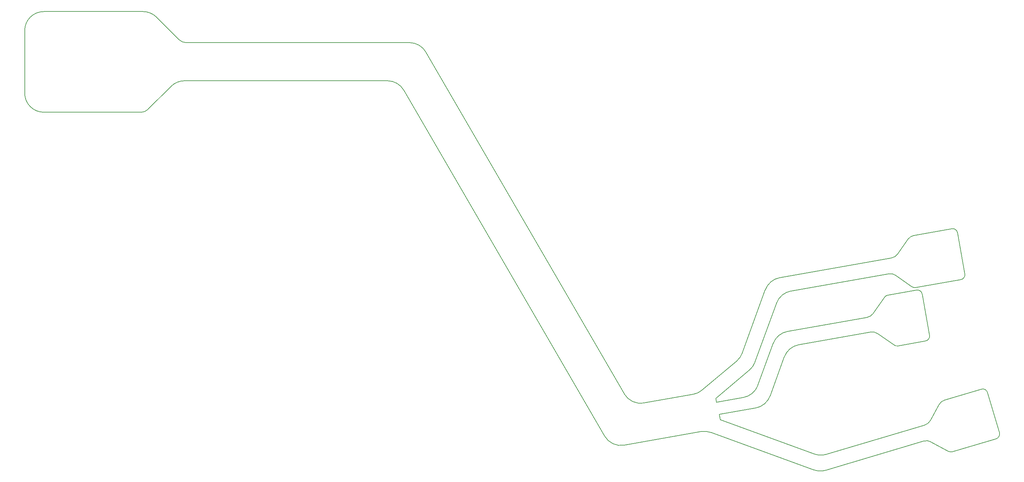
<source format=gbr>
*
G4_C Author: OrCAD GerbTool(tm) 8.1.1 Thu Jun 19 00:37:15 2003*
%LPD*%
%FSLAX34Y34*%
%MOIN*%
%AD*%
%ADD10R,0.050000X0.050000*%
%ADD11C,0.006000*%
%ADD12C,0.019000*%
%ADD13C,0.007900*%
%ADD14C,0.005000*%
%ADD15C,0.000800*%
%ADD16R,0.070000X0.025000*%
%ADD17R,0.068000X0.023000*%
%ADD18C,0.006000*%
%ADD19C,0.009800*%
%ADD20C,0.010000*%
%ADD21C,0.030000*%
%ADD22C,0.060000*%
%ADD23C,0.035000*%
%ADD24C,0.055000*%
%ADD25C,0.062980*%
%ADD26C,0.001000*%
%ADD27C,0.196840*%
G4_C OrCAD GerbTool Tool List *
G54D11*
G1X16877Y57470D2*
G75*
G2X16170Y57763I0J1000D1*
G74*
G1X12898Y50458D2*
G75*
G2X12192Y50165I-707J707D1*
G74*
G1X1974Y50166D2*
G75*
G2X-27Y52167I0J2000D1*
G74*
G1X-27Y58724D1*
G1X1974Y60724D2*
G75*
G3X-27Y58724I0J-2000D1*
G74*
G1X15320Y52881D2*
G1X12898Y50458D1*
G1X16734Y53467D2*
G75*
G3X15320Y52881I0J-2000D1*
G74*
G1X12192Y50166D2*
G1X1974Y50166D1*
G1X1974Y60724D2*
G1X12381Y60724D1*
G1X13795Y60138D2*
G1X16170Y57763D1*
G1X12381Y60724D2*
G75*
G2X13795Y60138I0J-2000D1*
G74*
G1X40299Y57470D2*
G1X16878Y57470D1*
G1X42030Y56473D2*
G75*
G3X40299Y57470I-1730J-1004D1*
G74*
G1X16734Y53467D2*
G1X37993Y53467D1*
G75*
G2X39723Y52470I0J-1991D1*
G74*
G1X42030Y56473D2*
G1X62809Y20627D1*
G75*
G3X64886Y19660I1735J1007D1*
G74*
G1X60749Y16199D2*
G1X39723Y52470D1*
G1X62827Y15232D2*
G75*
G2X60749Y16199I-347J1962D1*
G74*
G1X64886Y19660D2*
G1X70028Y20567D1*
G75*
G3X70967Y21005I-351J1989D1*
G74*
G1X75937Y23111D2*
G75*
G3X76531Y23959I-1281J1526D1*
G74*
G1X74595Y24049D2*
G1X70967Y21005D1*
G1X75189Y24897D2*
G75*
G2X74595Y24049I-1862J677D1*
G74*
G1X70892Y16655D2*
G1X62827Y15232D1*
G1X71923Y16564D2*
G75*
G3X70892Y16655I-688J-1890D1*
G74*
G1X72410Y20150D2*
G1X75937Y23111D1*
G1X72410Y20150D2*
G1X72482Y19740D1*
G1X72796Y18464D2*
G1X72897Y17894D1*
G1X72482Y19740D2*
G1X75301Y20237D1*
G75*
G3X76833Y21523I-347J1965D1*
G74*
G1X72796Y18464D2*
G1X76582Y19131D1*
G75*
G3X78114Y20417I-347J1965D1*
G74*
G1X91276Y33052D2*
G75*
G3X90528Y33217I-574J-819D1*
G74*
G1X97743Y37539D2*
G75*
G3X97164Y37945I-492J-87D1*
G74*
G1X91276Y33052D2*
G1X92991Y31850D1*
G75*
G3X93365Y31767I287J410D1*
G74*
G1X98106Y32603D1*
G1X98511Y33182D2*
G1X97743Y37539D1*
G1X98106Y32603D2*
G75*
G3X98511Y33182I-87J492D1*
G74*
G1X91476Y35288D2*
G75*
G2X90830Y34877I-819J574D1*
G74*
G1X91476Y35288D2*
G1X92558Y36835D1*
G1X93204Y37246D2*
G1X97164Y37945D1*
G1X92558Y36835D2*
G75*
G2X93204Y37246I819J-573D1*
G74*
G1X94968Y15586D2*
G75*
G3X94206Y15666I-477J-879D1*
G74*
G1X100886Y20776D2*
G75*
G3X100264Y21114I-479J-142D1*
G74*
G1X94968Y15586D2*
G1X96808Y14587D1*
G75*
G3X97189Y14546I239J440D1*
G74*
G1X101805Y15913D1*
G1X102142Y16535D2*
G1X100886Y20776D1*
G1X101805Y15913D2*
G75*
G3X102142Y16535I-142J479D1*
G74*
G1X94913Y17831D2*
G75*
G2X94319Y17349I-879J477D1*
G74*
G1X94913Y17831D2*
G1X95814Y19490D1*
G1X96409Y19972D2*
G1X100264Y21114D1*
G1X95814Y19490D2*
G75*
G2X96409Y19972I879J-477D1*
G74*
G1X89387Y26938D2*
G75*
G3X88640Y27104I-574J-819D1*
G74*
G1X88923Y29058D2*
G75*
G2X88277Y28646I-819J574D1*
G74*
G1X94043Y31101D2*
G75*
G3X93463Y31506I-492J-87D1*
G74*
G1X90443Y30974D1*
G1X90121Y30769D2*
G1X88923Y29058D1*
G1X90443Y30974D2*
G75*
G3X90121Y30769I87J-492D1*
G74*
G1X89387Y26938D2*
G1X91105Y25735D1*
G75*
G3X91478Y25653I287J410D1*
G74*
G1X94405Y26169D1*
G1X94810Y26748D2*
G1X94043Y31101D1*
G1X94405Y26169D2*
G75*
G3X94810Y26748I-87J492D1*
G74*
G1X90830Y34877D2*
G1X79135Y32815D1*
G1X77603Y31530D2*
G1X75189Y24897D1*
G1X79135Y32815D2*
G75*
G3X77603Y31530I347J-1966D1*
G74*
G1X76531Y23959D2*
G1X78777Y30130D1*
G1X80309Y31415D2*
G1X90529Y33217D1*
G1X78777Y30130D2*
G75*
G2X80309Y31415I1874J-682D1*
G74*
G1X78114Y20417D2*
G1X79598Y24494D1*
G1X81130Y25779D2*
G1X88639Y27104D1*
G1X79598Y24494D2*
G75*
G2X81130Y25779I1873J-682D1*
G74*
G1X76833Y21523D2*
G1X78424Y25894D1*
G1X79956Y27179D2*
G1X88277Y28646D1*
G1X78424Y25894D2*
G75*
G2X79956Y27179I1874J-682D1*
G74*
G1X72897Y17894D2*
G1X82742Y14310D1*
G1X83997Y14272D2*
G1X94319Y17349D1*
G1X82742Y14310D2*
G75*
G3X83997Y14272I680J1869D1*
G74*
G1X71923Y16564D2*
G1X82698Y12643D1*
G1X83953Y12606D2*
G1X94210Y15665D1*
G1X82698Y12643D2*
G75*
G3X83953Y12606I680J1869D1*
M2*

</source>
